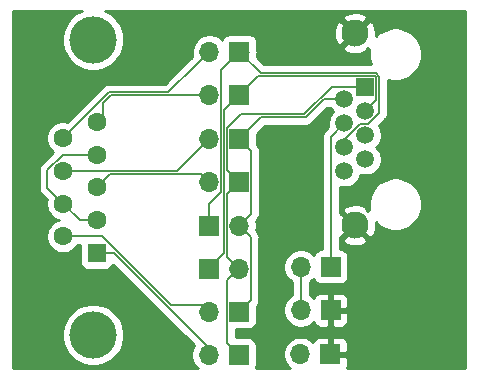
<source format=gbr>
%TF.GenerationSoftware,KiCad,Pcbnew,(5.1.10-1-10_14)*%
%TF.CreationDate,2021-06-16T22:39:50-07:00*%
%TF.ProjectId,XDS-Analog-to-StudioHub,5844532d-416e-4616-9c6f-672d746f2d53,rev?*%
%TF.SameCoordinates,Original*%
%TF.FileFunction,Copper,L1,Top*%
%TF.FilePolarity,Positive*%
%FSLAX46Y46*%
G04 Gerber Fmt 4.6, Leading zero omitted, Abs format (unit mm)*
G04 Created by KiCad (PCBNEW (5.1.10-1-10_14)) date 2021-06-16 22:39:50*
%MOMM*%
%LPD*%
G01*
G04 APERTURE LIST*
%TA.AperFunction,ComponentPad*%
%ADD10R,1.500000X1.500000*%
%TD*%
%TA.AperFunction,ComponentPad*%
%ADD11C,1.500000*%
%TD*%
%TA.AperFunction,ComponentPad*%
%ADD12C,2.300000*%
%TD*%
%TA.AperFunction,ComponentPad*%
%ADD13O,1.700000X1.700000*%
%TD*%
%TA.AperFunction,ComponentPad*%
%ADD14R,1.700000X1.700000*%
%TD*%
%TA.AperFunction,ComponentPad*%
%ADD15R,1.600000X1.600000*%
%TD*%
%TA.AperFunction,ComponentPad*%
%ADD16C,1.600000*%
%TD*%
%TA.AperFunction,ComponentPad*%
%ADD17C,4.000000*%
%TD*%
%TA.AperFunction,Conductor*%
%ADD18C,0.200000*%
%TD*%
%TA.AperFunction,Conductor*%
%ADD19C,0.254000*%
%TD*%
%TA.AperFunction,Conductor*%
%ADD20C,0.100000*%
%TD*%
G04 APERTURE END LIST*
D10*
%TO.P,J1,1*%
%TO.N,Net-(J1-Pad1)*%
X123672600Y-87198200D03*
D11*
%TO.P,J1,3*%
%TO.N,Net-(J1-Pad3)*%
X123672600Y-89230200D03*
%TO.P,J1,5*%
%TO.N,N/C*%
X123672600Y-91262200D03*
%TO.P,J1,7*%
X123672600Y-93294200D03*
%TO.P,J1,2*%
%TO.N,Net-(J1-Pad2)*%
X121892600Y-88214200D03*
%TO.P,J1,4*%
%TO.N,Net-(J1-Pad4)*%
X121892600Y-90246200D03*
%TO.P,J1,6*%
%TO.N,Net-(J1-Pad6)*%
X121892600Y-92278200D03*
%TO.P,J1,8*%
%TO.N,N/C*%
X121892600Y-94310200D03*
D12*
%TO.P,J1,SH*%
%TO.N,Net-(J1-PadSH)*%
X122782600Y-98888200D03*
X122782600Y-82628200D03*
%TD*%
D13*
%TO.P,JP4,2*%
%TO.N,Net-(J2-Pad9)*%
X110474760Y-84201000D03*
D14*
%TO.P,JP4,1*%
%TO.N,Net-(J1-Pad6)*%
X113014760Y-84201000D03*
%TD*%
%TO.P,JP8,1*%
%TO.N,Net-(J1-PadSH)*%
X120716040Y-109804200D03*
D13*
%TO.P,JP8,2*%
%TO.N,N/C*%
X118176040Y-109804200D03*
%TD*%
D15*
%TO.P,J2,1*%
%TO.N,Net-(J2-Pad1)*%
X100929440Y-101213920D03*
D16*
%TO.P,J2,2*%
%TO.N,Net-(J2-Pad2)*%
X100929440Y-98443920D03*
%TO.P,J2,3*%
%TO.N,Net-(J2-Pad3)*%
X100929440Y-95673920D03*
%TO.P,J2,4*%
%TO.N,Net-(J2-Pad2)*%
X100929440Y-92903920D03*
%TO.P,J2,5*%
%TO.N,Net-(J2-Pad5)*%
X100929440Y-90133920D03*
%TO.P,J2,6*%
%TO.N,Net-(J2-Pad6)*%
X98089440Y-99828920D03*
%TO.P,J2,7*%
%TO.N,Net-(J2-Pad2)*%
X98089440Y-97058920D03*
%TO.P,J2,8*%
%TO.N,Net-(J2-Pad8)*%
X98089440Y-94288920D03*
%TO.P,J2,9*%
%TO.N,Net-(J2-Pad9)*%
X98089440Y-91518920D03*
D17*
%TO.P,J2,0*%
%TO.N,Net-(J2-Pad0)*%
X100629440Y-83173920D03*
X100629440Y-108173920D03*
%TD*%
D14*
%TO.P,JP3,1*%
%TO.N,Net-(J1-Pad3)*%
X113014760Y-87904320D03*
D13*
%TO.P,JP3,2*%
%TO.N,Net-(J2-Pad5)*%
X110474760Y-87904320D03*
%TD*%
D14*
%TO.P,JP1,1*%
%TO.N,Net-(J1-Pad6)*%
X110434120Y-98917760D03*
D13*
%TO.P,JP1,2*%
%TO.N,Net-(J1-Pad2)*%
X112974120Y-98917760D03*
%TD*%
%TO.P,JP2,2*%
%TO.N,Net-(J1-Pad1)*%
X112975081Y-102572279D03*
D14*
%TO.P,JP2,1*%
%TO.N,Net-(J1-Pad3)*%
X110435081Y-102572279D03*
%TD*%
D13*
%TO.P,JP5,2*%
%TO.N,Net-(JP5-Pad2)*%
X118211600Y-102412800D03*
D14*
%TO.P,JP5,1*%
%TO.N,Net-(J1-Pad4)*%
X120751600Y-102412800D03*
%TD*%
D13*
%TO.P,JP6,2*%
%TO.N,Net-(J2-Pad6)*%
X110444280Y-106222800D03*
D14*
%TO.P,JP6,1*%
%TO.N,Net-(J1-Pad2)*%
X112984280Y-106222800D03*
%TD*%
%TO.P,JP7,1*%
%TO.N,Net-(J1-Pad1)*%
X112979200Y-109870240D03*
D13*
%TO.P,JP7,2*%
%TO.N,Net-(J2-Pad1)*%
X110439200Y-109870240D03*
%TD*%
D14*
%TO.P,JP9,1*%
%TO.N,Net-(J1-PadSH)*%
X120746520Y-106075480D03*
D13*
%TO.P,JP9,2*%
%TO.N,Net-(JP5-Pad2)*%
X118206520Y-106075480D03*
%TD*%
%TO.P,JP10,2*%
%TO.N,Net-(J2-Pad8)*%
X110453719Y-91594001D03*
D14*
%TO.P,JP10,1*%
%TO.N,Net-(J1-Pad2)*%
X112993719Y-91594001D03*
%TD*%
%TO.P,JP11,1*%
%TO.N,Net-(J1-Pad1)*%
X112993719Y-95255080D03*
D13*
%TO.P,JP11,2*%
%TO.N,Net-(J2-Pad3)*%
X110453719Y-95255080D03*
%TD*%
D18*
%TO.N,Net-(J1-Pad1)*%
X111984279Y-108875319D02*
X112979200Y-109870240D01*
X111984279Y-103563081D02*
X111984279Y-108875319D01*
X112975081Y-102572279D02*
X111984279Y-103563081D01*
X111974119Y-96274680D02*
X112993719Y-95255080D01*
X111974119Y-101571317D02*
X111974119Y-96274680D01*
X112975081Y-102572279D02*
X111974119Y-101571317D01*
X111993718Y-94255079D02*
X111993718Y-90624000D01*
X112993719Y-95255080D02*
X111993718Y-94255079D01*
X120819672Y-87198200D02*
X123672600Y-87198200D01*
X111993718Y-90624000D02*
X113114289Y-89503429D01*
X118514443Y-89503429D02*
X120819672Y-87198200D01*
X113114289Y-89503429D02*
X118514443Y-89503429D01*
%TO.N,Net-(J1-Pad3)*%
X124501831Y-86298199D02*
X124572601Y-86368969D01*
X114620881Y-86298199D02*
X124501831Y-86298199D01*
X113014760Y-87904320D02*
X114620881Y-86298199D01*
X124572601Y-86368969D02*
X124572601Y-88330199D01*
X124572601Y-88330199D02*
X123672600Y-89230200D01*
X111724108Y-96171123D02*
X111743707Y-96151524D01*
X111724108Y-101283252D02*
X111724108Y-96171123D01*
X110435081Y-102572279D02*
X111724108Y-101283252D01*
X111743707Y-96151524D02*
X111743707Y-89175373D01*
X111743707Y-89175373D02*
X113014760Y-87904320D01*
%TO.N,Net-(J1-Pad2)*%
X113975082Y-99918722D02*
X113975082Y-105231998D01*
X112974120Y-98917760D02*
X113975082Y-99918722D01*
X113975082Y-105231998D02*
X112984280Y-106222800D01*
X113993720Y-97898160D02*
X113993720Y-92594002D01*
X112974120Y-98917760D02*
X113993720Y-97898160D01*
X113993720Y-92594002D02*
X112993719Y-91594001D01*
X118618000Y-89753440D02*
X120157240Y-88214200D01*
X114834280Y-89753440D02*
X118618000Y-89753440D01*
X112993719Y-91594001D02*
X114834280Y-89753440D01*
X120157240Y-88214200D02*
X121892600Y-88214200D01*
%TO.N,Net-(J1-Pad4)*%
X120751600Y-91387200D02*
X121892600Y-90246200D01*
X120751600Y-102412800D02*
X120751600Y-91387200D01*
%TO.N,Net-(J1-Pad6)*%
X113815400Y-84201000D02*
X113014760Y-84201000D01*
X121892600Y-91710198D02*
X121892600Y-92278200D01*
X123240599Y-90362199D02*
X121892600Y-91710198D01*
X113014760Y-84201000D02*
X114813080Y-85999320D01*
X124866400Y-86309200D02*
X124861320Y-86314280D01*
X123872603Y-90362199D02*
X123240599Y-90362199D01*
X124556520Y-85999320D02*
X124866400Y-86309200D01*
X114813080Y-85999320D02*
X124556520Y-85999320D01*
X124861320Y-89373482D02*
X123872603Y-90362199D01*
X124861320Y-86314280D02*
X124861320Y-89373482D01*
X110434120Y-97107543D02*
X111493696Y-96047967D01*
X110434120Y-98917760D02*
X110434120Y-97107543D01*
X111493696Y-96047967D02*
X111493696Y-85722064D01*
X111493696Y-85722064D02*
X113014760Y-84201000D01*
%TO.N,Net-(J2-Pad1)*%
X102367080Y-101213920D02*
X100929440Y-101213920D01*
X110439200Y-109286040D02*
X102367080Y-101213920D01*
X110439200Y-109870240D02*
X110439200Y-109286040D01*
%TO.N,Net-(J2-Pad2)*%
X98089440Y-97058920D02*
X96748600Y-95718080D01*
X98068438Y-92903920D02*
X100929440Y-92903920D01*
X96748600Y-94223758D02*
X98068438Y-92903920D01*
X96748600Y-95718080D02*
X96748600Y-94223758D01*
X99474440Y-98443920D02*
X98089440Y-97058920D01*
X100929440Y-98443920D02*
X99474440Y-98443920D01*
%TO.N,Net-(J2-Pad3)*%
X102054400Y-94548960D02*
X100929440Y-95673920D01*
X109747599Y-94548960D02*
X102054400Y-94548960D01*
X110453719Y-95255080D02*
X109747599Y-94548960D01*
%TO.N,Net-(J2-Pad5)*%
X101457760Y-89605600D02*
X100929440Y-90133920D01*
X101457760Y-88559640D02*
X101457760Y-89605600D01*
X102113080Y-87904320D02*
X101457760Y-88559640D01*
X110474760Y-87904320D02*
X102113080Y-87904320D01*
%TO.N,Net-(J2-Pad6)*%
X107229202Y-105643680D02*
X101414442Y-99828920D01*
X109865160Y-105643680D02*
X107229202Y-105643680D01*
X101414442Y-99828920D02*
X98089440Y-99828920D01*
X110444280Y-106222800D02*
X109865160Y-105643680D01*
%TO.N,Net-(J2-Pad8)*%
X110453719Y-91594001D02*
X107758800Y-94288920D01*
X107758800Y-94288920D02*
X98089440Y-94288920D01*
%TO.N,Net-(J2-Pad9)*%
X101978360Y-87630000D02*
X98089440Y-91518920D01*
X107000040Y-87630000D02*
X101978360Y-87630000D01*
X109306119Y-85323921D02*
X107000040Y-87630000D01*
X109351839Y-85323921D02*
X109306119Y-85323921D01*
X110474760Y-84201000D02*
X109351839Y-85323921D01*
%TO.N,Net-(JP5-Pad2)*%
X118211600Y-106070400D02*
X118206520Y-106075480D01*
X118211600Y-102412800D02*
X118211600Y-106070400D01*
%TD*%
D19*
%TO.N,Net-(J1-PadSH)*%
X99381299Y-80838813D02*
X98949725Y-81127182D01*
X98582702Y-81494205D01*
X98294333Y-81925779D01*
X98095701Y-82405319D01*
X97994440Y-82914395D01*
X97994440Y-83433445D01*
X98095701Y-83942521D01*
X98294333Y-84422061D01*
X98582702Y-84853635D01*
X98949725Y-85220658D01*
X99381299Y-85509027D01*
X99860839Y-85707659D01*
X100369915Y-85808920D01*
X100888965Y-85808920D01*
X101398041Y-85707659D01*
X101877581Y-85509027D01*
X102309155Y-85220658D01*
X102676178Y-84853635D01*
X102964547Y-84422061D01*
X103163179Y-83942521D01*
X103264440Y-83433445D01*
X103264440Y-82914395D01*
X103218784Y-82684861D01*
X120989859Y-82684861D01*
X121035360Y-83033519D01*
X121148006Y-83366600D01*
X121260510Y-83577082D01*
X121540251Y-83690944D01*
X122602995Y-82628200D01*
X121540251Y-81565456D01*
X121260510Y-81679318D01*
X121104639Y-81994496D01*
X121013251Y-82334026D01*
X120989859Y-82684861D01*
X103218784Y-82684861D01*
X103163179Y-82405319D01*
X102964547Y-81925779D01*
X102676178Y-81494205D01*
X102567824Y-81385851D01*
X121719856Y-81385851D01*
X122782600Y-82448595D01*
X123845344Y-81385851D01*
X123731482Y-81106110D01*
X123416304Y-80950239D01*
X123076774Y-80858851D01*
X122725939Y-80835459D01*
X122377281Y-80880960D01*
X122044200Y-80993606D01*
X121833718Y-81106110D01*
X121719856Y-81385851D01*
X102567824Y-81385851D01*
X102309155Y-81127182D01*
X101877581Y-80838813D01*
X101592672Y-80720800D01*
X132100721Y-80720800D01*
X132100720Y-111018720D01*
X122088349Y-111018720D01*
X122096577Y-111008694D01*
X122155542Y-110898380D01*
X122191852Y-110778682D01*
X122204112Y-110654200D01*
X122201040Y-110089950D01*
X122042290Y-109931200D01*
X120843040Y-109931200D01*
X120843040Y-109951200D01*
X120589040Y-109951200D01*
X120589040Y-109931200D01*
X120569040Y-109931200D01*
X120569040Y-109677200D01*
X120589040Y-109677200D01*
X120589040Y-108477950D01*
X120843040Y-108477950D01*
X120843040Y-109677200D01*
X122042290Y-109677200D01*
X122201040Y-109518450D01*
X122204112Y-108954200D01*
X122191852Y-108829718D01*
X122155542Y-108710020D01*
X122096577Y-108599706D01*
X122017225Y-108503015D01*
X121920534Y-108423663D01*
X121810220Y-108364698D01*
X121690522Y-108328388D01*
X121566040Y-108316128D01*
X121001790Y-108319200D01*
X120843040Y-108477950D01*
X120589040Y-108477950D01*
X120430290Y-108319200D01*
X119866040Y-108316128D01*
X119741558Y-108328388D01*
X119621860Y-108364698D01*
X119511546Y-108423663D01*
X119414855Y-108503015D01*
X119335503Y-108599706D01*
X119276538Y-108710020D01*
X119254527Y-108782580D01*
X119122672Y-108650725D01*
X118879451Y-108488210D01*
X118609198Y-108376268D01*
X118322300Y-108319200D01*
X118029780Y-108319200D01*
X117742882Y-108376268D01*
X117472629Y-108488210D01*
X117229408Y-108650725D01*
X117022565Y-108857568D01*
X116860050Y-109100789D01*
X116748108Y-109371042D01*
X116691040Y-109657940D01*
X116691040Y-109950460D01*
X116748108Y-110237358D01*
X116860050Y-110507611D01*
X117022565Y-110750832D01*
X117229408Y-110957675D01*
X117320768Y-111018720D01*
X114389678Y-111018720D01*
X114418702Y-110964420D01*
X114455012Y-110844722D01*
X114467272Y-110720240D01*
X114467272Y-109020240D01*
X114455012Y-108895758D01*
X114418702Y-108776060D01*
X114359737Y-108665746D01*
X114280385Y-108569055D01*
X114183694Y-108489703D01*
X114073380Y-108430738D01*
X113953682Y-108394428D01*
X113829200Y-108382168D01*
X112719279Y-108382168D01*
X112719279Y-107710872D01*
X113834280Y-107710872D01*
X113958762Y-107698612D01*
X114078460Y-107662302D01*
X114188774Y-107603337D01*
X114285465Y-107523985D01*
X114364817Y-107427294D01*
X114423782Y-107316980D01*
X114460092Y-107197282D01*
X114472352Y-107072800D01*
X114472352Y-105774727D01*
X114497320Y-105754236D01*
X114589169Y-105642318D01*
X114639496Y-105548163D01*
X114657419Y-105514632D01*
X114699447Y-105376083D01*
X114713638Y-105231998D01*
X114710082Y-105195893D01*
X114710082Y-99954826D01*
X114713638Y-99918721D01*
X114699447Y-99774636D01*
X114672206Y-99684835D01*
X114657419Y-99636089D01*
X114589169Y-99508402D01*
X114533030Y-99439997D01*
X114520335Y-99424528D01*
X114520332Y-99424525D01*
X114497319Y-99396484D01*
X114469279Y-99373472D01*
X114409464Y-99313657D01*
X114459120Y-99064020D01*
X114459120Y-98771500D01*
X114409464Y-98521863D01*
X114487917Y-98443410D01*
X114515957Y-98420398D01*
X114538970Y-98392357D01*
X114538973Y-98392354D01*
X114607806Y-98308481D01*
X114607807Y-98308480D01*
X114676057Y-98180793D01*
X114718085Y-98042245D01*
X114728720Y-97934265D01*
X114728720Y-97934258D01*
X114732275Y-97898161D01*
X114728720Y-97862064D01*
X114728720Y-92630107D01*
X114732276Y-92594002D01*
X114718085Y-92449916D01*
X114697386Y-92381682D01*
X114676057Y-92311369D01*
X114607807Y-92183682D01*
X114515958Y-92071764D01*
X114487913Y-92048748D01*
X114481791Y-92042626D01*
X114481791Y-91145376D01*
X115138727Y-90488440D01*
X118581895Y-90488440D01*
X118618000Y-90491996D01*
X118654105Y-90488440D01*
X118762085Y-90477805D01*
X118900633Y-90435777D01*
X119028320Y-90367527D01*
X119140238Y-90275678D01*
X119163258Y-90247628D01*
X120461687Y-88949200D01*
X120717987Y-88949200D01*
X120816801Y-89097086D01*
X120949915Y-89230200D01*
X120816801Y-89363314D01*
X120665229Y-89590157D01*
X120560825Y-89842211D01*
X120507600Y-90109789D01*
X120507600Y-90382611D01*
X120542299Y-90557054D01*
X120257408Y-90841946D01*
X120229363Y-90864962D01*
X120137514Y-90976880D01*
X120101352Y-91044535D01*
X120069264Y-91104567D01*
X120027235Y-91243115D01*
X120013044Y-91387200D01*
X120016601Y-91423315D01*
X120016600Y-100924728D01*
X119901600Y-100924728D01*
X119777118Y-100936988D01*
X119657420Y-100973298D01*
X119547106Y-101032263D01*
X119450415Y-101111615D01*
X119371063Y-101208306D01*
X119312098Y-101318620D01*
X119290087Y-101391180D01*
X119158232Y-101259325D01*
X118915011Y-101096810D01*
X118644758Y-100984868D01*
X118357860Y-100927800D01*
X118065340Y-100927800D01*
X117778442Y-100984868D01*
X117508189Y-101096810D01*
X117264968Y-101259325D01*
X117058125Y-101466168D01*
X116895610Y-101709389D01*
X116783668Y-101979642D01*
X116726600Y-102266540D01*
X116726600Y-102559060D01*
X116783668Y-102845958D01*
X116895610Y-103116211D01*
X117058125Y-103359432D01*
X117264968Y-103566275D01*
X117476600Y-103707683D01*
X117476601Y-104777202D01*
X117259888Y-104922005D01*
X117053045Y-105128848D01*
X116890530Y-105372069D01*
X116778588Y-105642322D01*
X116721520Y-105929220D01*
X116721520Y-106221740D01*
X116778588Y-106508638D01*
X116890530Y-106778891D01*
X117053045Y-107022112D01*
X117259888Y-107228955D01*
X117503109Y-107391470D01*
X117773362Y-107503412D01*
X118060260Y-107560480D01*
X118352780Y-107560480D01*
X118639678Y-107503412D01*
X118909931Y-107391470D01*
X119153152Y-107228955D01*
X119285007Y-107097100D01*
X119307018Y-107169660D01*
X119365983Y-107279974D01*
X119445335Y-107376665D01*
X119542026Y-107456017D01*
X119652340Y-107514982D01*
X119772038Y-107551292D01*
X119896520Y-107563552D01*
X120460770Y-107560480D01*
X120619520Y-107401730D01*
X120619520Y-106202480D01*
X120873520Y-106202480D01*
X120873520Y-107401730D01*
X121032270Y-107560480D01*
X121596520Y-107563552D01*
X121721002Y-107551292D01*
X121840700Y-107514982D01*
X121951014Y-107456017D01*
X122047705Y-107376665D01*
X122127057Y-107279974D01*
X122186022Y-107169660D01*
X122222332Y-107049962D01*
X122234592Y-106925480D01*
X122231520Y-106361230D01*
X122072770Y-106202480D01*
X120873520Y-106202480D01*
X120619520Y-106202480D01*
X120599520Y-106202480D01*
X120599520Y-105948480D01*
X120619520Y-105948480D01*
X120619520Y-104749230D01*
X120873520Y-104749230D01*
X120873520Y-105948480D01*
X122072770Y-105948480D01*
X122231520Y-105789730D01*
X122234592Y-105225480D01*
X122222332Y-105100998D01*
X122186022Y-104981300D01*
X122127057Y-104870986D01*
X122047705Y-104774295D01*
X121951014Y-104694943D01*
X121840700Y-104635978D01*
X121721002Y-104599668D01*
X121596520Y-104587408D01*
X121032270Y-104590480D01*
X120873520Y-104749230D01*
X120619520Y-104749230D01*
X120460770Y-104590480D01*
X119896520Y-104587408D01*
X119772038Y-104599668D01*
X119652340Y-104635978D01*
X119542026Y-104694943D01*
X119445335Y-104774295D01*
X119365983Y-104870986D01*
X119307018Y-104981300D01*
X119285007Y-105053860D01*
X119153152Y-104922005D01*
X118946600Y-104783991D01*
X118946600Y-103707683D01*
X119158232Y-103566275D01*
X119290087Y-103434420D01*
X119312098Y-103506980D01*
X119371063Y-103617294D01*
X119450415Y-103713985D01*
X119547106Y-103793337D01*
X119657420Y-103852302D01*
X119777118Y-103888612D01*
X119901600Y-103900872D01*
X121601600Y-103900872D01*
X121726082Y-103888612D01*
X121845780Y-103852302D01*
X121956094Y-103793337D01*
X122052785Y-103713985D01*
X122132137Y-103617294D01*
X122191102Y-103506980D01*
X122227412Y-103387282D01*
X122239672Y-103262800D01*
X122239672Y-101562800D01*
X122227412Y-101438318D01*
X122191102Y-101318620D01*
X122132137Y-101208306D01*
X122052785Y-101111615D01*
X121956094Y-101032263D01*
X121845780Y-100973298D01*
X121726082Y-100936988D01*
X121601600Y-100924728D01*
X121486600Y-100924728D01*
X121486600Y-100130549D01*
X121719856Y-100130549D01*
X121833718Y-100410290D01*
X122148896Y-100566161D01*
X122488426Y-100657549D01*
X122839261Y-100680941D01*
X123187919Y-100635440D01*
X123521000Y-100522794D01*
X123731482Y-100410290D01*
X123845344Y-100130549D01*
X122782600Y-99067805D01*
X121719856Y-100130549D01*
X121486600Y-100130549D01*
X121486600Y-99929107D01*
X121540251Y-99950944D01*
X122602995Y-98888200D01*
X121540251Y-97825456D01*
X121486600Y-97847293D01*
X121486600Y-97645851D01*
X121719856Y-97645851D01*
X122782600Y-98708595D01*
X122796743Y-98694453D01*
X122976348Y-98874058D01*
X122962205Y-98888200D01*
X124024949Y-99950944D01*
X124304690Y-99837082D01*
X124460561Y-99521904D01*
X124551949Y-99182374D01*
X124575341Y-98831539D01*
X124550655Y-98642377D01*
X124771934Y-98863656D01*
X125142089Y-99110986D01*
X125553382Y-99281349D01*
X125990009Y-99368200D01*
X126435191Y-99368200D01*
X126871818Y-99281349D01*
X127283111Y-99110986D01*
X127653266Y-98863656D01*
X127968056Y-98548866D01*
X128215386Y-98178711D01*
X128385749Y-97767418D01*
X128472600Y-97330791D01*
X128472600Y-96885609D01*
X128385749Y-96448982D01*
X128215386Y-96037689D01*
X127968056Y-95667534D01*
X127653266Y-95352744D01*
X127283111Y-95105414D01*
X126871818Y-94935051D01*
X126435191Y-94848200D01*
X125990009Y-94848200D01*
X125553382Y-94935051D01*
X125142089Y-95105414D01*
X124771934Y-95352744D01*
X124457144Y-95667534D01*
X124209814Y-96037689D01*
X124039451Y-96448982D01*
X123952600Y-96885609D01*
X123952600Y-97330791D01*
X124000198Y-97570082D01*
X123960654Y-97530538D01*
X123845343Y-97645849D01*
X123731482Y-97366110D01*
X123416304Y-97210239D01*
X123076774Y-97118851D01*
X122725939Y-97095459D01*
X122377281Y-97140960D01*
X122044200Y-97253606D01*
X121833718Y-97366110D01*
X121719856Y-97645851D01*
X121486600Y-97645851D01*
X121486600Y-95641142D01*
X121488611Y-95641975D01*
X121756189Y-95695200D01*
X122029011Y-95695200D01*
X122296589Y-95641975D01*
X122548643Y-95537571D01*
X122775486Y-95385999D01*
X122968399Y-95193086D01*
X123119971Y-94966243D01*
X123224375Y-94714189D01*
X123243954Y-94615762D01*
X123268611Y-94625975D01*
X123536189Y-94679200D01*
X123809011Y-94679200D01*
X124076589Y-94625975D01*
X124328643Y-94521571D01*
X124555486Y-94369999D01*
X124748399Y-94177086D01*
X124899971Y-93950243D01*
X125004375Y-93698189D01*
X125057600Y-93430611D01*
X125057600Y-93157789D01*
X125004375Y-92890211D01*
X124899971Y-92638157D01*
X124748399Y-92411314D01*
X124615285Y-92278200D01*
X124748399Y-92145086D01*
X124899971Y-91918243D01*
X125004375Y-91666189D01*
X125057600Y-91398611D01*
X125057600Y-91125789D01*
X125004375Y-90858211D01*
X124899971Y-90606157D01*
X124807093Y-90467155D01*
X125355513Y-89918736D01*
X125383558Y-89895720D01*
X125475407Y-89783802D01*
X125543657Y-89656115D01*
X125577068Y-89545975D01*
X125585685Y-89517568D01*
X125599876Y-89373482D01*
X125596320Y-89337377D01*
X125596320Y-86589890D01*
X125990009Y-86668200D01*
X126435191Y-86668200D01*
X126871818Y-86581349D01*
X127283111Y-86410986D01*
X127653266Y-86163656D01*
X127968056Y-85848866D01*
X128215386Y-85478711D01*
X128385749Y-85067418D01*
X128472600Y-84630791D01*
X128472600Y-84185609D01*
X128385749Y-83748982D01*
X128215386Y-83337689D01*
X127968056Y-82967534D01*
X127653266Y-82652744D01*
X127283111Y-82405414D01*
X126871818Y-82235051D01*
X126435191Y-82148200D01*
X125990009Y-82148200D01*
X125553382Y-82235051D01*
X125142089Y-82405414D01*
X124771934Y-82652744D01*
X124555496Y-82869182D01*
X124575341Y-82571539D01*
X124529840Y-82222881D01*
X124417194Y-81889800D01*
X124304690Y-81679318D01*
X124024949Y-81565456D01*
X122962205Y-82628200D01*
X122976348Y-82642343D01*
X122796743Y-82821948D01*
X122782600Y-82807805D01*
X121719856Y-83870549D01*
X121833718Y-84150290D01*
X122148896Y-84306161D01*
X122488426Y-84397549D01*
X122839261Y-84420941D01*
X123187919Y-84375440D01*
X123521000Y-84262794D01*
X123731482Y-84150290D01*
X123845343Y-83870551D01*
X123960654Y-83985862D01*
X124000198Y-83946318D01*
X123952600Y-84185609D01*
X123952600Y-84630791D01*
X124039451Y-85067418D01*
X124121010Y-85264320D01*
X115117527Y-85264320D01*
X114502832Y-84649625D01*
X114502832Y-84466837D01*
X114539765Y-84345085D01*
X114553956Y-84201000D01*
X114539765Y-84056915D01*
X114502832Y-83935163D01*
X114502832Y-83351000D01*
X114490572Y-83226518D01*
X114454262Y-83106820D01*
X114395297Y-82996506D01*
X114315945Y-82899815D01*
X114219254Y-82820463D01*
X114108940Y-82761498D01*
X113989242Y-82725188D01*
X113864760Y-82712928D01*
X112164760Y-82712928D01*
X112040278Y-82725188D01*
X111920580Y-82761498D01*
X111810266Y-82820463D01*
X111713575Y-82899815D01*
X111634223Y-82996506D01*
X111575258Y-83106820D01*
X111553247Y-83179380D01*
X111421392Y-83047525D01*
X111178171Y-82885010D01*
X110907918Y-82773068D01*
X110621020Y-82716000D01*
X110328500Y-82716000D01*
X110041602Y-82773068D01*
X109771349Y-82885010D01*
X109528128Y-83047525D01*
X109321285Y-83254368D01*
X109158770Y-83497589D01*
X109046828Y-83767842D01*
X108989760Y-84054740D01*
X108989760Y-84347260D01*
X109039416Y-84596897D01*
X108961710Y-84674604D01*
X108895799Y-84709834D01*
X108783881Y-84801683D01*
X108760865Y-84829728D01*
X106695594Y-86895000D01*
X102014454Y-86895000D01*
X101978359Y-86891445D01*
X101942264Y-86895000D01*
X101942255Y-86895000D01*
X101834275Y-86905635D01*
X101695727Y-86947663D01*
X101568040Y-87015913D01*
X101456122Y-87107762D01*
X101433106Y-87135807D01*
X98442816Y-90126098D01*
X98230775Y-90083920D01*
X97948105Y-90083920D01*
X97670866Y-90139067D01*
X97409713Y-90247240D01*
X97174681Y-90404283D01*
X96974803Y-90604161D01*
X96817760Y-90839193D01*
X96709587Y-91100346D01*
X96654440Y-91377585D01*
X96654440Y-91660255D01*
X96709587Y-91937494D01*
X96817760Y-92198647D01*
X96974803Y-92433679D01*
X97174681Y-92633557D01*
X97249417Y-92683494D01*
X96254408Y-93678504D01*
X96226363Y-93701520D01*
X96134514Y-93813438D01*
X96099684Y-93878601D01*
X96066264Y-93941125D01*
X96024235Y-94079673D01*
X96010044Y-94223758D01*
X96013601Y-94259873D01*
X96013600Y-95681975D01*
X96010044Y-95718080D01*
X96024235Y-95862165D01*
X96026359Y-95869166D01*
X96066263Y-96000712D01*
X96134513Y-96128399D01*
X96226362Y-96240317D01*
X96254408Y-96263334D01*
X96696618Y-96705544D01*
X96654440Y-96917585D01*
X96654440Y-97200255D01*
X96709587Y-97477494D01*
X96817760Y-97738647D01*
X96974803Y-97973679D01*
X97174681Y-98173557D01*
X97409713Y-98330600D01*
X97670866Y-98438773D01*
X97696741Y-98443920D01*
X97670866Y-98449067D01*
X97409713Y-98557240D01*
X97174681Y-98714283D01*
X96974803Y-98914161D01*
X96817760Y-99149193D01*
X96709587Y-99410346D01*
X96654440Y-99687585D01*
X96654440Y-99970255D01*
X96709587Y-100247494D01*
X96817760Y-100508647D01*
X96974803Y-100743679D01*
X97174681Y-100943557D01*
X97409713Y-101100600D01*
X97670866Y-101208773D01*
X97948105Y-101263920D01*
X98230775Y-101263920D01*
X98508014Y-101208773D01*
X98769167Y-101100600D01*
X99004199Y-100943557D01*
X99204077Y-100743679D01*
X99324188Y-100563920D01*
X99491368Y-100563920D01*
X99491368Y-102013920D01*
X99503628Y-102138402D01*
X99539938Y-102258100D01*
X99598903Y-102368414D01*
X99678255Y-102465105D01*
X99774946Y-102544457D01*
X99885260Y-102603422D01*
X100004958Y-102639732D01*
X100129440Y-102651992D01*
X101729440Y-102651992D01*
X101853922Y-102639732D01*
X101973620Y-102603422D01*
X102083934Y-102544457D01*
X102180625Y-102465105D01*
X102259977Y-102368414D01*
X102318942Y-102258100D01*
X102331248Y-102217534D01*
X109186228Y-109072515D01*
X109123210Y-109166829D01*
X109011268Y-109437082D01*
X108954200Y-109723980D01*
X108954200Y-110016500D01*
X109011268Y-110303398D01*
X109123210Y-110573651D01*
X109285725Y-110816872D01*
X109487573Y-111018720D01*
X93832280Y-111018720D01*
X93832280Y-107914395D01*
X97994440Y-107914395D01*
X97994440Y-108433445D01*
X98095701Y-108942521D01*
X98294333Y-109422061D01*
X98582702Y-109853635D01*
X98949725Y-110220658D01*
X99381299Y-110509027D01*
X99860839Y-110707659D01*
X100369915Y-110808920D01*
X100888965Y-110808920D01*
X101398041Y-110707659D01*
X101877581Y-110509027D01*
X102309155Y-110220658D01*
X102676178Y-109853635D01*
X102964547Y-109422061D01*
X103163179Y-108942521D01*
X103264440Y-108433445D01*
X103264440Y-107914395D01*
X103163179Y-107405319D01*
X102964547Y-106925779D01*
X102676178Y-106494205D01*
X102309155Y-106127182D01*
X101877581Y-105838813D01*
X101398041Y-105640181D01*
X100888965Y-105538920D01*
X100369915Y-105538920D01*
X99860839Y-105640181D01*
X99381299Y-105838813D01*
X98949725Y-106127182D01*
X98582702Y-106494205D01*
X98294333Y-106925779D01*
X98095701Y-107405319D01*
X97994440Y-107914395D01*
X93832280Y-107914395D01*
X93832280Y-80720800D01*
X99666208Y-80720800D01*
X99381299Y-80838813D01*
%TA.AperFunction,Conductor*%
D20*
G36*
X99381299Y-80838813D02*
G01*
X98949725Y-81127182D01*
X98582702Y-81494205D01*
X98294333Y-81925779D01*
X98095701Y-82405319D01*
X97994440Y-82914395D01*
X97994440Y-83433445D01*
X98095701Y-83942521D01*
X98294333Y-84422061D01*
X98582702Y-84853635D01*
X98949725Y-85220658D01*
X99381299Y-85509027D01*
X99860839Y-85707659D01*
X100369915Y-85808920D01*
X100888965Y-85808920D01*
X101398041Y-85707659D01*
X101877581Y-85509027D01*
X102309155Y-85220658D01*
X102676178Y-84853635D01*
X102964547Y-84422061D01*
X103163179Y-83942521D01*
X103264440Y-83433445D01*
X103264440Y-82914395D01*
X103218784Y-82684861D01*
X120989859Y-82684861D01*
X121035360Y-83033519D01*
X121148006Y-83366600D01*
X121260510Y-83577082D01*
X121540251Y-83690944D01*
X122602995Y-82628200D01*
X121540251Y-81565456D01*
X121260510Y-81679318D01*
X121104639Y-81994496D01*
X121013251Y-82334026D01*
X120989859Y-82684861D01*
X103218784Y-82684861D01*
X103163179Y-82405319D01*
X102964547Y-81925779D01*
X102676178Y-81494205D01*
X102567824Y-81385851D01*
X121719856Y-81385851D01*
X122782600Y-82448595D01*
X123845344Y-81385851D01*
X123731482Y-81106110D01*
X123416304Y-80950239D01*
X123076774Y-80858851D01*
X122725939Y-80835459D01*
X122377281Y-80880960D01*
X122044200Y-80993606D01*
X121833718Y-81106110D01*
X121719856Y-81385851D01*
X102567824Y-81385851D01*
X102309155Y-81127182D01*
X101877581Y-80838813D01*
X101592672Y-80720800D01*
X132100721Y-80720800D01*
X132100720Y-111018720D01*
X122088349Y-111018720D01*
X122096577Y-111008694D01*
X122155542Y-110898380D01*
X122191852Y-110778682D01*
X122204112Y-110654200D01*
X122201040Y-110089950D01*
X122042290Y-109931200D01*
X120843040Y-109931200D01*
X120843040Y-109951200D01*
X120589040Y-109951200D01*
X120589040Y-109931200D01*
X120569040Y-109931200D01*
X120569040Y-109677200D01*
X120589040Y-109677200D01*
X120589040Y-108477950D01*
X120843040Y-108477950D01*
X120843040Y-109677200D01*
X122042290Y-109677200D01*
X122201040Y-109518450D01*
X122204112Y-108954200D01*
X122191852Y-108829718D01*
X122155542Y-108710020D01*
X122096577Y-108599706D01*
X122017225Y-108503015D01*
X121920534Y-108423663D01*
X121810220Y-108364698D01*
X121690522Y-108328388D01*
X121566040Y-108316128D01*
X121001790Y-108319200D01*
X120843040Y-108477950D01*
X120589040Y-108477950D01*
X120430290Y-108319200D01*
X119866040Y-108316128D01*
X119741558Y-108328388D01*
X119621860Y-108364698D01*
X119511546Y-108423663D01*
X119414855Y-108503015D01*
X119335503Y-108599706D01*
X119276538Y-108710020D01*
X119254527Y-108782580D01*
X119122672Y-108650725D01*
X118879451Y-108488210D01*
X118609198Y-108376268D01*
X118322300Y-108319200D01*
X118029780Y-108319200D01*
X117742882Y-108376268D01*
X117472629Y-108488210D01*
X117229408Y-108650725D01*
X117022565Y-108857568D01*
X116860050Y-109100789D01*
X116748108Y-109371042D01*
X116691040Y-109657940D01*
X116691040Y-109950460D01*
X116748108Y-110237358D01*
X116860050Y-110507611D01*
X117022565Y-110750832D01*
X117229408Y-110957675D01*
X117320768Y-111018720D01*
X114389678Y-111018720D01*
X114418702Y-110964420D01*
X114455012Y-110844722D01*
X114467272Y-110720240D01*
X114467272Y-109020240D01*
X114455012Y-108895758D01*
X114418702Y-108776060D01*
X114359737Y-108665746D01*
X114280385Y-108569055D01*
X114183694Y-108489703D01*
X114073380Y-108430738D01*
X113953682Y-108394428D01*
X113829200Y-108382168D01*
X112719279Y-108382168D01*
X112719279Y-107710872D01*
X113834280Y-107710872D01*
X113958762Y-107698612D01*
X114078460Y-107662302D01*
X114188774Y-107603337D01*
X114285465Y-107523985D01*
X114364817Y-107427294D01*
X114423782Y-107316980D01*
X114460092Y-107197282D01*
X114472352Y-107072800D01*
X114472352Y-105774727D01*
X114497320Y-105754236D01*
X114589169Y-105642318D01*
X114639496Y-105548163D01*
X114657419Y-105514632D01*
X114699447Y-105376083D01*
X114713638Y-105231998D01*
X114710082Y-105195893D01*
X114710082Y-99954826D01*
X114713638Y-99918721D01*
X114699447Y-99774636D01*
X114672206Y-99684835D01*
X114657419Y-99636089D01*
X114589169Y-99508402D01*
X114533030Y-99439997D01*
X114520335Y-99424528D01*
X114520332Y-99424525D01*
X114497319Y-99396484D01*
X114469279Y-99373472D01*
X114409464Y-99313657D01*
X114459120Y-99064020D01*
X114459120Y-98771500D01*
X114409464Y-98521863D01*
X114487917Y-98443410D01*
X114515957Y-98420398D01*
X114538970Y-98392357D01*
X114538973Y-98392354D01*
X114607806Y-98308481D01*
X114607807Y-98308480D01*
X114676057Y-98180793D01*
X114718085Y-98042245D01*
X114728720Y-97934265D01*
X114728720Y-97934258D01*
X114732275Y-97898161D01*
X114728720Y-97862064D01*
X114728720Y-92630107D01*
X114732276Y-92594002D01*
X114718085Y-92449916D01*
X114697386Y-92381682D01*
X114676057Y-92311369D01*
X114607807Y-92183682D01*
X114515958Y-92071764D01*
X114487913Y-92048748D01*
X114481791Y-92042626D01*
X114481791Y-91145376D01*
X115138727Y-90488440D01*
X118581895Y-90488440D01*
X118618000Y-90491996D01*
X118654105Y-90488440D01*
X118762085Y-90477805D01*
X118900633Y-90435777D01*
X119028320Y-90367527D01*
X119140238Y-90275678D01*
X119163258Y-90247628D01*
X120461687Y-88949200D01*
X120717987Y-88949200D01*
X120816801Y-89097086D01*
X120949915Y-89230200D01*
X120816801Y-89363314D01*
X120665229Y-89590157D01*
X120560825Y-89842211D01*
X120507600Y-90109789D01*
X120507600Y-90382611D01*
X120542299Y-90557054D01*
X120257408Y-90841946D01*
X120229363Y-90864962D01*
X120137514Y-90976880D01*
X120101352Y-91044535D01*
X120069264Y-91104567D01*
X120027235Y-91243115D01*
X120013044Y-91387200D01*
X120016601Y-91423315D01*
X120016600Y-100924728D01*
X119901600Y-100924728D01*
X119777118Y-100936988D01*
X119657420Y-100973298D01*
X119547106Y-101032263D01*
X119450415Y-101111615D01*
X119371063Y-101208306D01*
X119312098Y-101318620D01*
X119290087Y-101391180D01*
X119158232Y-101259325D01*
X118915011Y-101096810D01*
X118644758Y-100984868D01*
X118357860Y-100927800D01*
X118065340Y-100927800D01*
X117778442Y-100984868D01*
X117508189Y-101096810D01*
X117264968Y-101259325D01*
X117058125Y-101466168D01*
X116895610Y-101709389D01*
X116783668Y-101979642D01*
X116726600Y-102266540D01*
X116726600Y-102559060D01*
X116783668Y-102845958D01*
X116895610Y-103116211D01*
X117058125Y-103359432D01*
X117264968Y-103566275D01*
X117476600Y-103707683D01*
X117476601Y-104777202D01*
X117259888Y-104922005D01*
X117053045Y-105128848D01*
X116890530Y-105372069D01*
X116778588Y-105642322D01*
X116721520Y-105929220D01*
X116721520Y-106221740D01*
X116778588Y-106508638D01*
X116890530Y-106778891D01*
X117053045Y-107022112D01*
X117259888Y-107228955D01*
X117503109Y-107391470D01*
X117773362Y-107503412D01*
X118060260Y-107560480D01*
X118352780Y-107560480D01*
X118639678Y-107503412D01*
X118909931Y-107391470D01*
X119153152Y-107228955D01*
X119285007Y-107097100D01*
X119307018Y-107169660D01*
X119365983Y-107279974D01*
X119445335Y-107376665D01*
X119542026Y-107456017D01*
X119652340Y-107514982D01*
X119772038Y-107551292D01*
X119896520Y-107563552D01*
X120460770Y-107560480D01*
X120619520Y-107401730D01*
X120619520Y-106202480D01*
X120873520Y-106202480D01*
X120873520Y-107401730D01*
X121032270Y-107560480D01*
X121596520Y-107563552D01*
X121721002Y-107551292D01*
X121840700Y-107514982D01*
X121951014Y-107456017D01*
X122047705Y-107376665D01*
X122127057Y-107279974D01*
X122186022Y-107169660D01*
X122222332Y-107049962D01*
X122234592Y-106925480D01*
X122231520Y-106361230D01*
X122072770Y-106202480D01*
X120873520Y-106202480D01*
X120619520Y-106202480D01*
X120599520Y-106202480D01*
X120599520Y-105948480D01*
X120619520Y-105948480D01*
X120619520Y-104749230D01*
X120873520Y-104749230D01*
X120873520Y-105948480D01*
X122072770Y-105948480D01*
X122231520Y-105789730D01*
X122234592Y-105225480D01*
X122222332Y-105100998D01*
X122186022Y-104981300D01*
X122127057Y-104870986D01*
X122047705Y-104774295D01*
X121951014Y-104694943D01*
X121840700Y-104635978D01*
X121721002Y-104599668D01*
X121596520Y-104587408D01*
X121032270Y-104590480D01*
X120873520Y-104749230D01*
X120619520Y-104749230D01*
X120460770Y-104590480D01*
X119896520Y-104587408D01*
X119772038Y-104599668D01*
X119652340Y-104635978D01*
X119542026Y-104694943D01*
X119445335Y-104774295D01*
X119365983Y-104870986D01*
X119307018Y-104981300D01*
X119285007Y-105053860D01*
X119153152Y-104922005D01*
X118946600Y-104783991D01*
X118946600Y-103707683D01*
X119158232Y-103566275D01*
X119290087Y-103434420D01*
X119312098Y-103506980D01*
X119371063Y-103617294D01*
X119450415Y-103713985D01*
X119547106Y-103793337D01*
X119657420Y-103852302D01*
X119777118Y-103888612D01*
X119901600Y-103900872D01*
X121601600Y-103900872D01*
X121726082Y-103888612D01*
X121845780Y-103852302D01*
X121956094Y-103793337D01*
X122052785Y-103713985D01*
X122132137Y-103617294D01*
X122191102Y-103506980D01*
X122227412Y-103387282D01*
X122239672Y-103262800D01*
X122239672Y-101562800D01*
X122227412Y-101438318D01*
X122191102Y-101318620D01*
X122132137Y-101208306D01*
X122052785Y-101111615D01*
X121956094Y-101032263D01*
X121845780Y-100973298D01*
X121726082Y-100936988D01*
X121601600Y-100924728D01*
X121486600Y-100924728D01*
X121486600Y-100130549D01*
X121719856Y-100130549D01*
X121833718Y-100410290D01*
X122148896Y-100566161D01*
X122488426Y-100657549D01*
X122839261Y-100680941D01*
X123187919Y-100635440D01*
X123521000Y-100522794D01*
X123731482Y-100410290D01*
X123845344Y-100130549D01*
X122782600Y-99067805D01*
X121719856Y-100130549D01*
X121486600Y-100130549D01*
X121486600Y-99929107D01*
X121540251Y-99950944D01*
X122602995Y-98888200D01*
X121540251Y-97825456D01*
X121486600Y-97847293D01*
X121486600Y-97645851D01*
X121719856Y-97645851D01*
X122782600Y-98708595D01*
X122796743Y-98694453D01*
X122976348Y-98874058D01*
X122962205Y-98888200D01*
X124024949Y-99950944D01*
X124304690Y-99837082D01*
X124460561Y-99521904D01*
X124551949Y-99182374D01*
X124575341Y-98831539D01*
X124550655Y-98642377D01*
X124771934Y-98863656D01*
X125142089Y-99110986D01*
X125553382Y-99281349D01*
X125990009Y-99368200D01*
X126435191Y-99368200D01*
X126871818Y-99281349D01*
X127283111Y-99110986D01*
X127653266Y-98863656D01*
X127968056Y-98548866D01*
X128215386Y-98178711D01*
X128385749Y-97767418D01*
X128472600Y-97330791D01*
X128472600Y-96885609D01*
X128385749Y-96448982D01*
X128215386Y-96037689D01*
X127968056Y-95667534D01*
X127653266Y-95352744D01*
X127283111Y-95105414D01*
X126871818Y-94935051D01*
X126435191Y-94848200D01*
X125990009Y-94848200D01*
X125553382Y-94935051D01*
X125142089Y-95105414D01*
X124771934Y-95352744D01*
X124457144Y-95667534D01*
X124209814Y-96037689D01*
X124039451Y-96448982D01*
X123952600Y-96885609D01*
X123952600Y-97330791D01*
X124000198Y-97570082D01*
X123960654Y-97530538D01*
X123845343Y-97645849D01*
X123731482Y-97366110D01*
X123416304Y-97210239D01*
X123076774Y-97118851D01*
X122725939Y-97095459D01*
X122377281Y-97140960D01*
X122044200Y-97253606D01*
X121833718Y-97366110D01*
X121719856Y-97645851D01*
X121486600Y-97645851D01*
X121486600Y-95641142D01*
X121488611Y-95641975D01*
X121756189Y-95695200D01*
X122029011Y-95695200D01*
X122296589Y-95641975D01*
X122548643Y-95537571D01*
X122775486Y-95385999D01*
X122968399Y-95193086D01*
X123119971Y-94966243D01*
X123224375Y-94714189D01*
X123243954Y-94615762D01*
X123268611Y-94625975D01*
X123536189Y-94679200D01*
X123809011Y-94679200D01*
X124076589Y-94625975D01*
X124328643Y-94521571D01*
X124555486Y-94369999D01*
X124748399Y-94177086D01*
X124899971Y-93950243D01*
X125004375Y-93698189D01*
X125057600Y-93430611D01*
X125057600Y-93157789D01*
X125004375Y-92890211D01*
X124899971Y-92638157D01*
X124748399Y-92411314D01*
X124615285Y-92278200D01*
X124748399Y-92145086D01*
X124899971Y-91918243D01*
X125004375Y-91666189D01*
X125057600Y-91398611D01*
X125057600Y-91125789D01*
X125004375Y-90858211D01*
X124899971Y-90606157D01*
X124807093Y-90467155D01*
X125355513Y-89918736D01*
X125383558Y-89895720D01*
X125475407Y-89783802D01*
X125543657Y-89656115D01*
X125577068Y-89545975D01*
X125585685Y-89517568D01*
X125599876Y-89373482D01*
X125596320Y-89337377D01*
X125596320Y-86589890D01*
X125990009Y-86668200D01*
X126435191Y-86668200D01*
X126871818Y-86581349D01*
X127283111Y-86410986D01*
X127653266Y-86163656D01*
X127968056Y-85848866D01*
X128215386Y-85478711D01*
X128385749Y-85067418D01*
X128472600Y-84630791D01*
X128472600Y-84185609D01*
X128385749Y-83748982D01*
X128215386Y-83337689D01*
X127968056Y-82967534D01*
X127653266Y-82652744D01*
X127283111Y-82405414D01*
X126871818Y-82235051D01*
X126435191Y-82148200D01*
X125990009Y-82148200D01*
X125553382Y-82235051D01*
X125142089Y-82405414D01*
X124771934Y-82652744D01*
X124555496Y-82869182D01*
X124575341Y-82571539D01*
X124529840Y-82222881D01*
X124417194Y-81889800D01*
X124304690Y-81679318D01*
X124024949Y-81565456D01*
X122962205Y-82628200D01*
X122976348Y-82642343D01*
X122796743Y-82821948D01*
X122782600Y-82807805D01*
X121719856Y-83870549D01*
X121833718Y-84150290D01*
X122148896Y-84306161D01*
X122488426Y-84397549D01*
X122839261Y-84420941D01*
X123187919Y-84375440D01*
X123521000Y-84262794D01*
X123731482Y-84150290D01*
X123845343Y-83870551D01*
X123960654Y-83985862D01*
X124000198Y-83946318D01*
X123952600Y-84185609D01*
X123952600Y-84630791D01*
X124039451Y-85067418D01*
X124121010Y-85264320D01*
X115117527Y-85264320D01*
X114502832Y-84649625D01*
X114502832Y-84466837D01*
X114539765Y-84345085D01*
X114553956Y-84201000D01*
X114539765Y-84056915D01*
X114502832Y-83935163D01*
X114502832Y-83351000D01*
X114490572Y-83226518D01*
X114454262Y-83106820D01*
X114395297Y-82996506D01*
X114315945Y-82899815D01*
X114219254Y-82820463D01*
X114108940Y-82761498D01*
X113989242Y-82725188D01*
X113864760Y-82712928D01*
X112164760Y-82712928D01*
X112040278Y-82725188D01*
X111920580Y-82761498D01*
X111810266Y-82820463D01*
X111713575Y-82899815D01*
X111634223Y-82996506D01*
X111575258Y-83106820D01*
X111553247Y-83179380D01*
X111421392Y-83047525D01*
X111178171Y-82885010D01*
X110907918Y-82773068D01*
X110621020Y-82716000D01*
X110328500Y-82716000D01*
X110041602Y-82773068D01*
X109771349Y-82885010D01*
X109528128Y-83047525D01*
X109321285Y-83254368D01*
X109158770Y-83497589D01*
X109046828Y-83767842D01*
X108989760Y-84054740D01*
X108989760Y-84347260D01*
X109039416Y-84596897D01*
X108961710Y-84674604D01*
X108895799Y-84709834D01*
X108783881Y-84801683D01*
X108760865Y-84829728D01*
X106695594Y-86895000D01*
X102014454Y-86895000D01*
X101978359Y-86891445D01*
X101942264Y-86895000D01*
X101942255Y-86895000D01*
X101834275Y-86905635D01*
X101695727Y-86947663D01*
X101568040Y-87015913D01*
X101456122Y-87107762D01*
X101433106Y-87135807D01*
X98442816Y-90126098D01*
X98230775Y-90083920D01*
X97948105Y-90083920D01*
X97670866Y-90139067D01*
X97409713Y-90247240D01*
X97174681Y-90404283D01*
X96974803Y-90604161D01*
X96817760Y-90839193D01*
X96709587Y-91100346D01*
X96654440Y-91377585D01*
X96654440Y-91660255D01*
X96709587Y-91937494D01*
X96817760Y-92198647D01*
X96974803Y-92433679D01*
X97174681Y-92633557D01*
X97249417Y-92683494D01*
X96254408Y-93678504D01*
X96226363Y-93701520D01*
X96134514Y-93813438D01*
X96099684Y-93878601D01*
X96066264Y-93941125D01*
X96024235Y-94079673D01*
X96010044Y-94223758D01*
X96013601Y-94259873D01*
X96013600Y-95681975D01*
X96010044Y-95718080D01*
X96024235Y-95862165D01*
X96026359Y-95869166D01*
X96066263Y-96000712D01*
X96134513Y-96128399D01*
X96226362Y-96240317D01*
X96254408Y-96263334D01*
X96696618Y-96705544D01*
X96654440Y-96917585D01*
X96654440Y-97200255D01*
X96709587Y-97477494D01*
X96817760Y-97738647D01*
X96974803Y-97973679D01*
X97174681Y-98173557D01*
X97409713Y-98330600D01*
X97670866Y-98438773D01*
X97696741Y-98443920D01*
X97670866Y-98449067D01*
X97409713Y-98557240D01*
X97174681Y-98714283D01*
X96974803Y-98914161D01*
X96817760Y-99149193D01*
X96709587Y-99410346D01*
X96654440Y-99687585D01*
X96654440Y-99970255D01*
X96709587Y-100247494D01*
X96817760Y-100508647D01*
X96974803Y-100743679D01*
X97174681Y-100943557D01*
X97409713Y-101100600D01*
X97670866Y-101208773D01*
X97948105Y-101263920D01*
X98230775Y-101263920D01*
X98508014Y-101208773D01*
X98769167Y-101100600D01*
X99004199Y-100943557D01*
X99204077Y-100743679D01*
X99324188Y-100563920D01*
X99491368Y-100563920D01*
X99491368Y-102013920D01*
X99503628Y-102138402D01*
X99539938Y-102258100D01*
X99598903Y-102368414D01*
X99678255Y-102465105D01*
X99774946Y-102544457D01*
X99885260Y-102603422D01*
X100004958Y-102639732D01*
X100129440Y-102651992D01*
X101729440Y-102651992D01*
X101853922Y-102639732D01*
X101973620Y-102603422D01*
X102083934Y-102544457D01*
X102180625Y-102465105D01*
X102259977Y-102368414D01*
X102318942Y-102258100D01*
X102331248Y-102217534D01*
X109186228Y-109072515D01*
X109123210Y-109166829D01*
X109011268Y-109437082D01*
X108954200Y-109723980D01*
X108954200Y-110016500D01*
X109011268Y-110303398D01*
X109123210Y-110573651D01*
X109285725Y-110816872D01*
X109487573Y-111018720D01*
X93832280Y-111018720D01*
X93832280Y-107914395D01*
X97994440Y-107914395D01*
X97994440Y-108433445D01*
X98095701Y-108942521D01*
X98294333Y-109422061D01*
X98582702Y-109853635D01*
X98949725Y-110220658D01*
X99381299Y-110509027D01*
X99860839Y-110707659D01*
X100369915Y-110808920D01*
X100888965Y-110808920D01*
X101398041Y-110707659D01*
X101877581Y-110509027D01*
X102309155Y-110220658D01*
X102676178Y-109853635D01*
X102964547Y-109422061D01*
X103163179Y-108942521D01*
X103264440Y-108433445D01*
X103264440Y-107914395D01*
X103163179Y-107405319D01*
X102964547Y-106925779D01*
X102676178Y-106494205D01*
X102309155Y-106127182D01*
X101877581Y-105838813D01*
X101398041Y-105640181D01*
X100888965Y-105538920D01*
X100369915Y-105538920D01*
X99860839Y-105640181D01*
X99381299Y-105838813D01*
X98949725Y-106127182D01*
X98582702Y-106494205D01*
X98294333Y-106925779D01*
X98095701Y-107405319D01*
X97994440Y-107914395D01*
X93832280Y-107914395D01*
X93832280Y-80720800D01*
X99666208Y-80720800D01*
X99381299Y-80838813D01*
G37*
%TD.AperFunction*%
%TD*%
M02*

</source>
